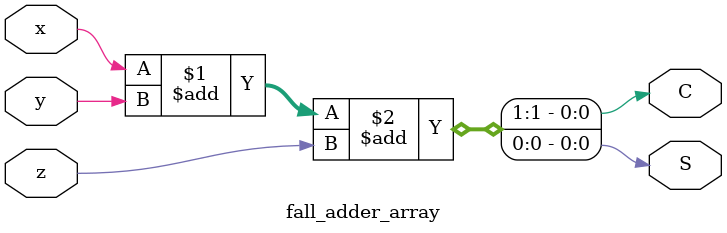
<source format=v>
module fall_adder_array (x, y, z, S, C);
    input x, y, z;
    output S, C;
    assign {C,S} = x + y + z;
endmodule 
</source>
